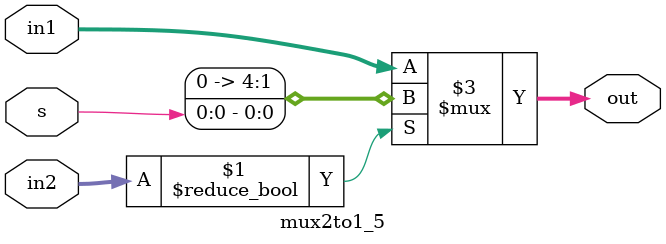
<source format=v>
module mux2to1_5(in1,in2,s,out);
input [4:0] in1;
input [4:0] in2;
input s;
output [4:0] out;
assign out = in2 ? s : in1;
endmodule
</source>
